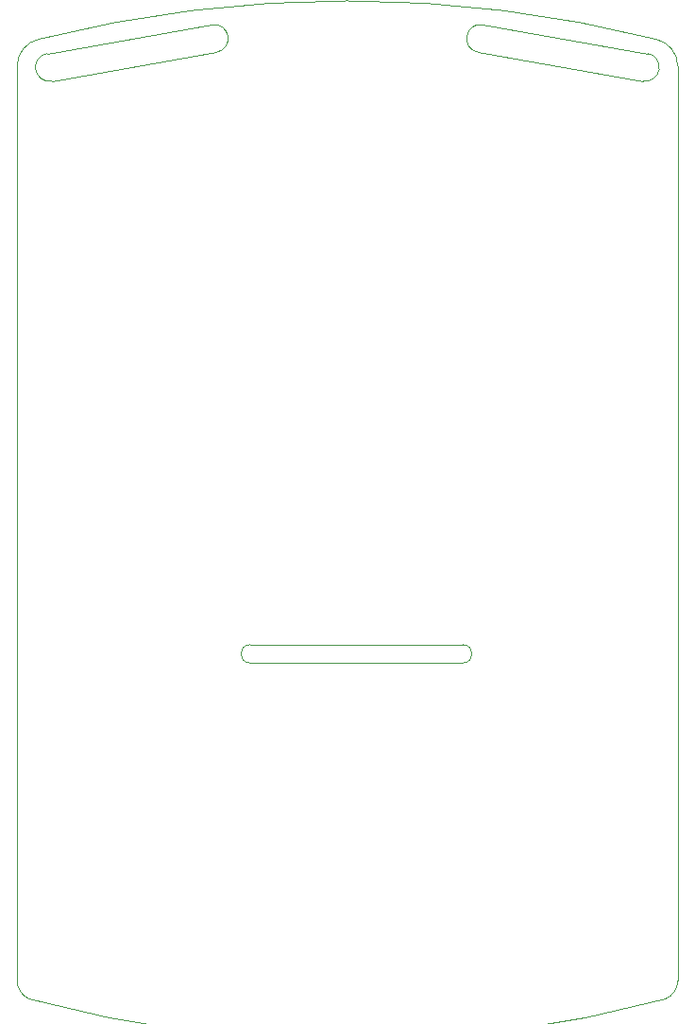
<source format=gm1>
G04 #@! TF.GenerationSoftware,KiCad,Pcbnew,6.0.7+dfsg-1~bpo11+1*
G04 #@! TF.CreationDate,2023-01-24T09:36:58+00:00*
G04 #@! TF.ProjectId,aws-iot-expresslink-demo-badge,6177732d-696f-4742-9d65-787072657373,1*
G04 #@! TF.SameCoordinates,Original*
G04 #@! TF.FileFunction,Profile,NP*
%FSLAX46Y46*%
G04 Gerber Fmt 4.6, Leading zero omitted, Abs format (unit mm)*
G04 Created by KiCad (PCBNEW 6.0.7+dfsg-1~bpo11+1) date 2023-01-24 09:36:58*
%MOMM*%
%LPD*%
G01*
G04 APERTURE LIST*
G04 #@! TA.AperFunction,Profile*
%ADD10C,0.100000*%
G04 #@! TD*
G04 #@! TA.AperFunction,Profile*
%ADD11C,0.120000*%
G04 #@! TD*
G04 APERTURE END LIST*
D10*
X138571025Y-83518091D02*
G75*
G03*
X83221775Y-83518091I-27674625J-109771770D01*
G01*
X81279998Y-167811598D02*
G75*
G03*
X82396777Y-169462430I1776602J-1302D01*
G01*
X140512781Y-85902800D02*
G75*
G03*
X138571025Y-83518091I-2459181J-19500D01*
G01*
X140512800Y-85902800D02*
X140512800Y-167811598D01*
X83221778Y-83518103D02*
G75*
G03*
X81280000Y-85902800I516522J-2403497D01*
G01*
X82396777Y-169462430D02*
G75*
G03*
X139396023Y-169462430I28499623J105259042D01*
G01*
X139396039Y-169462469D02*
G75*
G03*
X140512800Y-167811598I-671439J1657369D01*
G01*
X81280000Y-167811598D02*
X81280000Y-85902800D01*
X137829031Y-84792482D02*
X123052391Y-82213545D01*
X122622569Y-84676318D02*
X137399209Y-87255255D01*
X123052391Y-82213545D02*
G75*
G03*
X122622569Y-84676318I-202016J-1233637D01*
G01*
X137399209Y-87255254D02*
G75*
G03*
X137829031Y-84792482I214911J1231386D01*
G01*
X98740409Y-82213545D02*
X83963769Y-84792482D01*
X84393591Y-87255255D02*
X99170231Y-84676318D01*
X99170231Y-84676319D02*
G75*
G03*
X98740409Y-82213545I-214911J1231387D01*
G01*
X83963769Y-84792482D02*
G75*
G03*
X84393591Y-87255255I227806J-1229136D01*
G01*
D11*
X102155800Y-137737600D02*
X121255800Y-137737600D01*
X121255800Y-139363200D02*
X102155800Y-139363200D01*
X102155800Y-137737600D02*
G75*
G03*
X102155800Y-139363200I0J-812800D01*
G01*
X121255800Y-139363200D02*
G75*
G03*
X121255800Y-137737600I0J812800D01*
G01*
M02*

</source>
